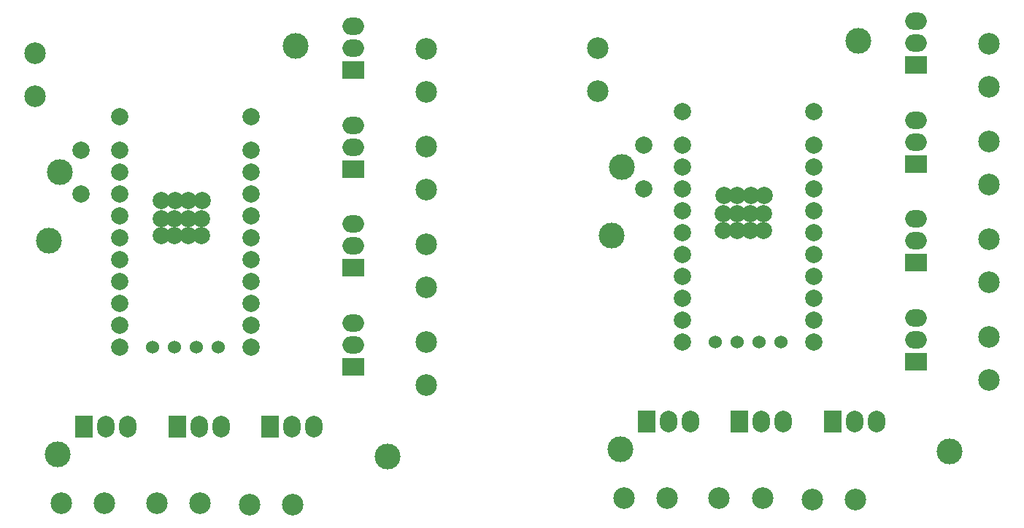
<source format=gtl>
G04 Layer: TopLayer*
G04 EasyEDA v6.5.22, 2022-12-30 10:19:24*
G04 cc661ac33e424cae800a4ac99e05d963,5dd06754fdd742daa6fe38bf62b7df6b,10*
G04 Gerber Generator version 0.2*
G04 Scale: 100 percent, Rotated: No, Reflected: No *
G04 Dimensions in millimeters *
G04 leading zeros omitted , absolute positions ,4 integer and 5 decimal *
%FSLAX45Y45*%
%MOMM*%

%AMMACRO1*21,1,$1,$2,0,0,$3*%
%ADD10C,2.5000*%
%ADD11C,2.0000*%
%ADD12C,1.5240*%
%ADD13C,3.0000*%
%ADD14MACRO1,2.0015X2.4994X0.0000*%
%ADD15O,1.9999959999999999X2.4999949999999997*%
%ADD16MACRO1,2.0015X2.4994X90.0000*%
%ADD17O,2.4999949999999997X1.9999959999999999*%

%LPD*%
D10*
G01*
X9982395Y1019815D03*
G01*
X10482394Y1019815D03*
G01*
X8902895Y1032515D03*
G01*
X9402894Y1032515D03*
G01*
X7797995Y1032515D03*
G01*
X8297994Y1032515D03*
G01*
X12029457Y2408102D03*
G01*
X12029457Y2908101D03*
G01*
X12029457Y5811702D03*
G01*
X12029457Y6311701D03*
G01*
X12029457Y3542644D03*
G01*
X12029457Y4042643D03*
G01*
X12029457Y4677186D03*
G01*
X12029457Y5177185D03*
D11*
G01*
X9996103Y5525419D03*
G01*
X9996103Y5132405D03*
G01*
X9996103Y4878405D03*
G01*
X9996103Y4624405D03*
G01*
X9996103Y4370405D03*
G01*
X9996103Y4116405D03*
G01*
X9996103Y3862405D03*
G01*
X9996103Y3608405D03*
G01*
X9996103Y3354405D03*
G01*
X9996103Y3100405D03*
G01*
X9996103Y2846405D03*
D12*
G01*
X9615103Y2846405D03*
G01*
X9361103Y2846405D03*
G01*
X9107103Y2846405D03*
G01*
X8853103Y2846405D03*
D11*
G01*
X8472103Y2846405D03*
G01*
X8472103Y3100405D03*
G01*
X8472103Y3354405D03*
G01*
X8472103Y3608405D03*
G01*
X8472103Y3862405D03*
G01*
X8472103Y4116405D03*
G01*
X8472103Y4370405D03*
G01*
X8472103Y4624405D03*
G01*
X8472103Y4878405D03*
G01*
X8472103Y5132405D03*
G01*
X8472103Y5525419D03*
G01*
X8024708Y4626615D03*
D13*
G01*
X7774721Y4880615D03*
D11*
G01*
X8024708Y5134615D03*
D14*
G01*
X10219700Y1927865D03*
D15*
G01*
X10727707Y1927867D03*
G01*
X10473707Y1927867D03*
D14*
G01*
X9140200Y1927865D03*
D15*
G01*
X9648207Y1927867D03*
G01*
X9394207Y1927867D03*
D14*
G01*
X8060700Y1927865D03*
D15*
G01*
X8568707Y1927865D03*
G01*
X8314707Y1927865D03*
D16*
G01*
X11184900Y2620015D03*
D17*
G01*
X11184907Y3128022D03*
G01*
X11184907Y2874022D03*
D16*
G01*
X11184900Y3767249D03*
D17*
G01*
X11184907Y4275239D03*
G01*
X11184907Y4021239D03*
D16*
G01*
X11184900Y4914480D03*
D17*
G01*
X11184907Y5422480D03*
G01*
X11184907Y5168480D03*
D16*
G01*
X11184900Y6061715D03*
D17*
G01*
X11184907Y6569722D03*
G01*
X11184907Y6315722D03*
D10*
G01*
X7491308Y5760902D03*
G01*
X7491308Y6260901D03*
G01*
X967308Y5699937D03*
G01*
X967308Y6199936D03*
D16*
G01*
X4660900Y6000750D03*
D17*
G01*
X4660907Y6508757D03*
G01*
X4660907Y6254757D03*
D16*
G01*
X4660900Y4853515D03*
D17*
G01*
X4660907Y5361515D03*
G01*
X4660907Y5107515D03*
D16*
G01*
X4660900Y3706284D03*
D17*
G01*
X4660907Y4214274D03*
G01*
X4660907Y3960274D03*
D16*
G01*
X4660900Y2559050D03*
D17*
G01*
X4660907Y3067057D03*
G01*
X4660907Y2813057D03*
D14*
G01*
X1536700Y1866900D03*
D15*
G01*
X2044707Y1866900D03*
G01*
X1790707Y1866900D03*
D14*
G01*
X2616200Y1866900D03*
D15*
G01*
X3124207Y1866902D03*
G01*
X2870207Y1866902D03*
D14*
G01*
X3695700Y1866900D03*
D15*
G01*
X4203707Y1866902D03*
G01*
X3949707Y1866902D03*
D11*
G01*
X1500708Y4565650D03*
D13*
G01*
X1250721Y4819650D03*
D11*
G01*
X1500708Y5073650D03*
G01*
X3472103Y5464454D03*
G01*
X3472103Y5071440D03*
G01*
X3472103Y4817440D03*
G01*
X3472103Y4563440D03*
G01*
X3472103Y4309440D03*
G01*
X3472103Y4055440D03*
G01*
X3472103Y3801440D03*
G01*
X3472103Y3547440D03*
G01*
X3472103Y3293440D03*
G01*
X3472103Y3039440D03*
G01*
X3472103Y2785440D03*
D12*
G01*
X3091103Y2785440D03*
G01*
X2837103Y2785440D03*
G01*
X2583103Y2785440D03*
G01*
X2329103Y2785440D03*
D11*
G01*
X1948103Y2785440D03*
G01*
X1948103Y3039440D03*
G01*
X1948103Y3293440D03*
G01*
X1948103Y3547440D03*
G01*
X1948103Y3801440D03*
G01*
X1948103Y4055440D03*
G01*
X1948103Y4309440D03*
G01*
X1948103Y4563440D03*
G01*
X1948103Y4817440D03*
G01*
X1948103Y5071440D03*
G01*
X1948103Y5464454D03*
D10*
G01*
X5505457Y4616221D03*
G01*
X5505457Y5116220D03*
G01*
X5505457Y3481679D03*
G01*
X5505457Y3981678D03*
G01*
X5505457Y5750737D03*
G01*
X5505457Y6250736D03*
G01*
X5505457Y2347137D03*
G01*
X5505457Y2847136D03*
G01*
X1273995Y971550D03*
G01*
X1773994Y971550D03*
G01*
X2378895Y971550D03*
G01*
X2878894Y971550D03*
G01*
X3458395Y958850D03*
G01*
X3958394Y958850D03*
D13*
G01*
X1130300Y4019550D03*
G01*
X3989908Y6286500D03*
G01*
X1231900Y1543050D03*
G01*
X5054600Y1517650D03*
D11*
G01*
X2433421Y4489450D03*
G01*
X2745308Y4489450D03*
G01*
X2589377Y4489450D03*
G01*
X2901238Y4489450D03*
G01*
X2427808Y4273550D03*
G01*
X2583738Y4273550D03*
G01*
X2739669Y4273550D03*
G01*
X2895600Y4273550D03*
G01*
X2427808Y4083050D03*
G01*
X2583738Y4083050D03*
G01*
X2739669Y4083050D03*
G01*
X2895600Y4083050D03*
G01*
X9419600Y4144015D03*
G01*
X9263669Y4144015D03*
G01*
X9107738Y4144015D03*
G01*
X8951808Y4144015D03*
G01*
X9419600Y4334515D03*
G01*
X9263669Y4334515D03*
G01*
X9107738Y4334515D03*
G01*
X8951808Y4334515D03*
G01*
X9425238Y4550415D03*
G01*
X9113377Y4550415D03*
G01*
X9269308Y4550415D03*
G01*
X8957421Y4550415D03*
D13*
G01*
X11578600Y1578615D03*
G01*
X7755900Y1604015D03*
G01*
X10513908Y6347465D03*
G01*
X7654300Y4080515D03*
M02*

</source>
